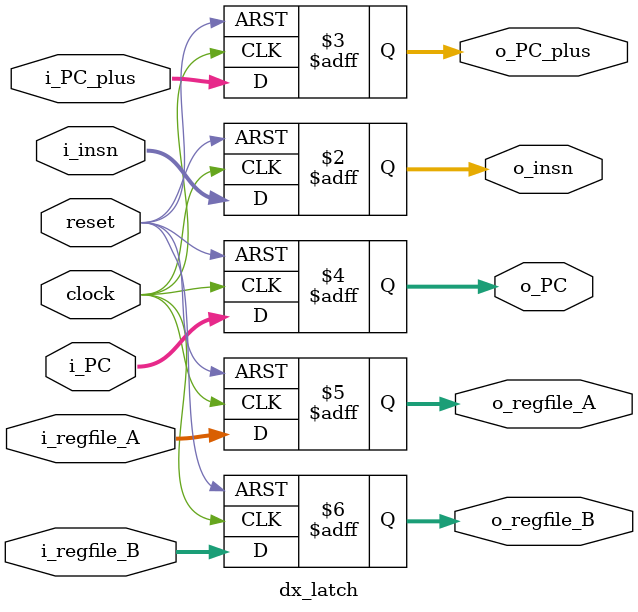
<source format=v>
module dx_latch(
    input clock,
    input reset,
    input [31:0] i_insn,
    input [11:0] i_PC_plus,
    input [11:0] i_PC,
    input [31:0] i_regfile_A,
    input [31:0] i_regfile_B,
    output reg [31:0] o_insn,
    output reg [11:0] o_PC_plus,
    output reg [11:0] o_PC, 
    output reg [31:0] o_regfile_A,
    output reg [31:0] o_regfile_B
);
    always @(negedge clock or posedge reset) begin
       if (reset) begin
           o_insn <= 32'd0;
           o_PC_plus <= 12'd0;
           o_PC <= 12'd0;
           o_regfile_A <= 32'd0;
           o_regfile_B <= 32'd0;
       end else begin
           o_insn <= i_insn;
           o_PC_plus <= i_PC_plus;
           o_PC <= i_PC;
           o_regfile_A <= i_regfile_A;
           o_regfile_B <= i_regfile_B;
       end
   end
endmodule
</source>
